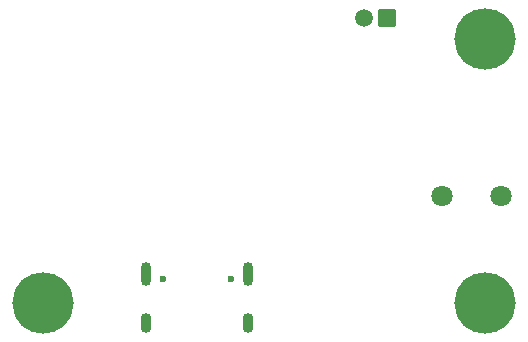
<source format=gbr>
%TF.GenerationSoftware,KiCad,Pcbnew,9.0.5*%
%TF.CreationDate,2025-11-11T23:36:27-05:00*%
%TF.ProjectId,F25,4632352e-6b69-4636-9164-5f7063625858,v1.0.1*%
%TF.SameCoordinates,Original*%
%TF.FileFunction,Soldermask,Bot*%
%TF.FilePolarity,Negative*%
%FSLAX46Y46*%
G04 Gerber Fmt 4.6, Leading zero omitted, Abs format (unit mm)*
G04 Created by KiCad (PCBNEW 9.0.5) date 2025-11-11 23:36:27*
%MOMM*%
%LPD*%
G01*
G04 APERTURE LIST*
G04 Aperture macros list*
%AMRoundRect*
0 Rectangle with rounded corners*
0 $1 Rounding radius*
0 $2 $3 $4 $5 $6 $7 $8 $9 X,Y pos of 4 corners*
0 Add a 4 corners polygon primitive as box body*
4,1,4,$2,$3,$4,$5,$6,$7,$8,$9,$2,$3,0*
0 Add four circle primitives for the rounded corners*
1,1,$1+$1,$2,$3*
1,1,$1+$1,$4,$5*
1,1,$1+$1,$6,$7*
1,1,$1+$1,$8,$9*
0 Add four rect primitives between the rounded corners*
20,1,$1+$1,$2,$3,$4,$5,0*
20,1,$1+$1,$4,$5,$6,$7,0*
20,1,$1+$1,$6,$7,$8,$9,0*
20,1,$1+$1,$8,$9,$2,$3,0*%
G04 Aperture macros list end*
%ADD10C,0.600000*%
%ADD11C,5.200000*%
%ADD12RoundRect,0.102000X-0.654000X-0.654000X0.654000X-0.654000X0.654000X0.654000X-0.654000X0.654000X0*%
%ADD13C,1.512000*%
%ADD14O,0.900000X2.000000*%
%ADD15O,0.900000X1.700000*%
%ADD16C,1.800000*%
G04 APERTURE END LIST*
D10*
%TO.C,H3*%
X137500000Y-111500000D03*
X138090000Y-110090000D03*
X138090000Y-112910000D03*
D11*
X139470000Y-111465000D03*
D10*
X139500000Y-109500000D03*
X139500000Y-113500000D03*
X140910000Y-110090000D03*
X140910000Y-112910000D03*
X141500000Y-111500000D03*
%TD*%
D12*
%TO.C,J3*%
X168600000Y-87350000D03*
D13*
X166600000Y-87350000D03*
%TD*%
D10*
%TO.C,J4*%
X149610000Y-109450000D03*
X155390000Y-109450000D03*
D14*
X148180000Y-108970000D03*
D15*
X148180000Y-113140000D03*
D14*
X156820000Y-108970000D03*
D15*
X156820000Y-113140000D03*
%TD*%
D16*
%TO.C,LS1*%
X178199990Y-102400000D03*
X173200010Y-102400000D03*
%TD*%
D10*
%TO.C,H1*%
X174900000Y-89100000D03*
X175490000Y-87690000D03*
X175490000Y-90510000D03*
D11*
X176870000Y-89065000D03*
D10*
X176900000Y-87100000D03*
X176900000Y-91100000D03*
X178310000Y-87690000D03*
X178310000Y-90510000D03*
X178900000Y-89100000D03*
%TD*%
%TO.C,H2*%
X174900000Y-111500000D03*
X175490000Y-110090000D03*
X175490000Y-112910000D03*
D11*
X176870000Y-111465000D03*
D10*
X176900000Y-109500000D03*
X176900000Y-113500000D03*
X178310000Y-110090000D03*
X178310000Y-112910000D03*
X178900000Y-111500000D03*
%TD*%
M02*

</source>
